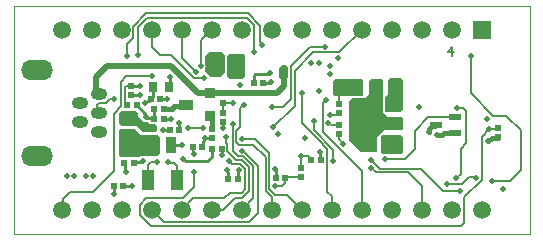
<source format=gbl>
G04*
G04 #@! TF.GenerationSoftware,Altium Limited,Altium Designer,20.1.12 (249)*
G04*
G04 Layer_Physical_Order=4*
G04 Layer_Color=16711680*
%FSLAX44Y44*%
%MOMM*%
G71*
G04*
G04 #@! TF.SameCoordinates,46D68336-88F1-4D35-9B3F-DF4CA844E206*
G04*
G04*
G04 #@! TF.FilePolarity,Positive*
G04*
G01*
G75*
%ADD12C,0.1000*%
%ADD13C,0.1524*%
%ADD16R,0.5000X0.5000*%
%ADD21R,0.5500X0.5500*%
%ADD22R,0.5000X0.5000*%
%ADD25R,0.9500X1.3500*%
%ADD45C,0.2540*%
%ADD48C,0.3810*%
%ADD49O,1.4000X1.0000*%
%ADD50O,2.7000X1.7000*%
%ADD51C,1.5000*%
%ADD52R,1.5000X1.5000*%
%ADD53C,0.5080*%
%ADD61R,1.3500X0.9500*%
%ADD62R,0.5500X0.5500*%
%ADD63R,0.9144X0.9144*%
%ADD64R,1.2700X0.9144*%
%ADD65R,1.0000X1.8000*%
%ADD66R,0.7500X0.9000*%
%ADD67R,1.0500X0.5500*%
%ADD68C,0.5080*%
G36*
X365664Y841600D02*
X365664Y839314D01*
X370744Y834234D01*
X373538Y834234D01*
X374808Y832964D01*
X379634D01*
X381666Y830932D01*
Y827884D01*
X380142Y826360D01*
X368712D01*
X364140Y830932D01*
X351694D01*
X349154Y833472D01*
Y841854D01*
X351186Y843886D01*
X363378D01*
X365664Y841600D01*
D02*
G37*
G36*
X367696Y823566D02*
X381920D01*
X383698Y821788D01*
Y808326D01*
X381158Y805786D01*
X367188D01*
X365918Y804516D01*
X350678D01*
X348900Y806294D01*
Y827122D01*
X350170Y828392D01*
X362870D01*
X367696Y823566D01*
D02*
G37*
G36*
X439070Y891130D02*
Y876398D01*
X435006Y872334D01*
X427132D01*
X422306Y877160D01*
Y880567D01*
X422430Y880932D01*
X422534Y881454D01*
X422569Y881986D01*
X422534Y882518D01*
X422430Y883040D01*
X422306Y883405D01*
Y889860D01*
X425862Y893416D01*
X436784D01*
X439070Y891130D01*
D02*
G37*
G36*
X455580Y890876D02*
Y872842D01*
X453548Y870810D01*
X443642D01*
X440848Y873604D01*
Y890114D01*
X443134Y892400D01*
X454056D01*
X455580Y890876D01*
D02*
G37*
G36*
X492156Y881224D02*
Y871826D01*
X490124Y869794D01*
X487076D01*
X484790Y872080D01*
Y880462D01*
X487330Y883002D01*
X490378D01*
X492156Y881224D01*
D02*
G37*
G36*
X556190Y870270D02*
X556190Y857020D01*
X555440Y856270D01*
X531940D01*
X530440Y857770D01*
Y869020D01*
X532690Y871270D01*
X555190D01*
X556190Y870270D01*
D02*
G37*
G36*
X589690Y869770D02*
Y845270D01*
X587690Y843270D01*
X575690D01*
X574697Y844263D01*
Y855300D01*
X574721Y855544D01*
Y855551D01*
X576940Y857770D01*
Y870020D01*
X578440Y871520D01*
X587940D01*
X589690Y869770D01*
D02*
G37*
G36*
X573190Y869270D02*
X573190Y855544D01*
X573166D01*
Y842996D01*
X573190D01*
Y842770D01*
X576940Y839020D01*
X588190Y839020D01*
X589690Y837520D01*
Y829020D01*
X588690Y828020D01*
X574190D01*
X567940Y821770D01*
Y809770D01*
X566940Y808770D01*
X553940D01*
X543940Y818770D01*
Y852520D01*
X546159Y854739D01*
X555440D01*
X555739Y854768D01*
X555745Y854770D01*
X557440D01*
X561190Y858520D01*
Y869520D01*
X562440Y870770D01*
X571690D01*
X573190Y869270D01*
D02*
G37*
G36*
X589940Y821020D02*
Y809520D01*
X588190Y807770D01*
X572690D01*
X571190Y809270D01*
Y822270D01*
X572190Y823270D01*
X587690D01*
X589940Y821020D01*
D02*
G37*
D12*
X260000Y740000D02*
Y933040D01*
X696880Y740000D02*
Y933040D01*
X260000Y740000D02*
X696880D01*
X260000Y933040D02*
X696880D01*
D13*
X355425Y865158D02*
X359568D01*
X354532Y850218D02*
Y864265D01*
X355425Y865158D01*
X354532Y850218D02*
X356216Y848534D01*
X351186Y868778D02*
X355504Y873096D01*
X351186Y847696D02*
Y868778D01*
X345090Y841600D02*
X351186Y847696D01*
X341258Y853770D02*
X345366D01*
X355504Y873096D02*
X376840D01*
X327564Y775306D02*
X345090Y792832D01*
Y841600D01*
X373690Y785240D02*
Y797810D01*
X380892Y800484D02*
X381190Y800782D01*
X376364Y800484D02*
X380892D01*
X373690Y797810D02*
X376364Y800484D01*
X398690Y785240D02*
Y797550D01*
X391190Y800782D02*
X391748Y800224D01*
X396016D01*
X398690Y797550D01*
X481742Y780270D02*
X487468D01*
X489806Y782608D01*
Y787244D01*
X490378Y787816D01*
X503586D01*
Y795816D02*
Y805532D01*
X509238D02*
X512032Y802738D01*
X503586Y805532D02*
X509238D01*
X437546Y842552D02*
Y850808D01*
X445738D01*
X533940Y859808D02*
X535440Y858308D01*
Y850020D02*
Y858308D01*
X533940Y859808D02*
Y860770D01*
X337978Y850490D02*
X341258Y853770D01*
X332136Y850490D02*
X337978D01*
X330401Y848755D02*
X332136Y850490D01*
X330401Y842809D02*
Y848755D01*
X329954Y842362D02*
X330401Y842809D01*
X510698Y898242D02*
X523934D01*
X494696Y882240D02*
X510698Y898242D01*
X494696Y854300D02*
Y882240D01*
X487838Y847442D02*
X494696Y854300D01*
X478440Y847442D02*
X487838D01*
X513492Y893416D02*
X535336D01*
X479456Y829916D02*
X497998Y848458D01*
Y877922D02*
X513492Y893416D01*
X497998Y848458D02*
Y877922D01*
X528864Y832270D02*
X535440D01*
X521620Y826106D02*
X554640Y793086D01*
X521620Y826106D02*
Y850744D01*
X514254Y827630D02*
Y834996D01*
X503840Y833472D02*
X521620Y815692D01*
X503840Y833472D02*
Y858872D01*
X521620Y850744D02*
X524160Y853284D01*
X514254Y827630D02*
X530764Y811120D01*
X521620Y815438D02*
X525684Y811374D01*
X521620Y815438D02*
Y815692D01*
X521874Y815438D01*
X525684Y775306D02*
Y811374D01*
X530764Y801468D02*
Y811120D01*
X529240Y760320D02*
Y771750D01*
X525684Y775306D02*
X529240Y771750D01*
X554640Y760320D02*
Y793086D01*
X387254Y749906D02*
X459136D01*
X453294Y810358D02*
X454041D01*
X466756Y797643D01*
Y757526D02*
Y797643D01*
X459136Y749906D02*
X466756Y757526D01*
X462692Y815184D02*
X473360Y804516D01*
X451262Y815184D02*
X462692D01*
X448722Y817724D02*
X451262Y815184D01*
X448722Y817724D02*
Y826868D01*
X445674Y831948D02*
X446182Y832456D01*
X445674Y809588D02*
X449857Y805405D01*
X448722Y826868D02*
X452024Y830170D01*
X464470Y820010D02*
X476408Y808072D01*
X445674Y809588D02*
Y831948D01*
X453548Y820010D02*
X464470D01*
X452024Y830170D02*
Y846426D01*
X440998Y809954D02*
Y816050D01*
X440086Y816962D02*
X440998Y816050D01*
X440086Y816962D02*
Y822042D01*
X462692Y769972D02*
Y797396D01*
X449857Y805405D02*
X454683D01*
X462692Y797396D01*
X455834Y799944D02*
X459390Y796388D01*
X440998Y809954D02*
X448595Y802357D01*
X453414D01*
X455826Y799944D02*
X455834D01*
X453414Y802357D02*
X455826Y799944D01*
X452151Y799309D02*
X456342Y795118D01*
X442372Y801468D02*
X442884D01*
X445043Y799309D01*
X452151D01*
X473360Y775814D02*
Y804516D01*
Y775814D02*
X478440Y770734D01*
Y760320D02*
Y770734D01*
X481742Y772512D02*
X491648D01*
X476408Y777846D02*
Y808072D01*
Y777846D02*
X481742Y772512D01*
X452024Y846426D02*
X454818Y849220D01*
X459390Y776322D02*
Y796388D01*
X456342Y778100D02*
Y795118D01*
X419766Y829154D02*
X420020Y829408D01*
X420274D01*
X407320Y829154D02*
X419766D01*
X412881Y871572D02*
X421544D01*
X356012Y890368D02*
Y900020D01*
X355758Y900274D02*
X356012Y900020D01*
X365410Y890876D02*
Y915267D01*
X376840Y898242D02*
X383952Y891130D01*
X393350D02*
X409860Y874620D01*
Y874593D02*
Y874620D01*
Y874593D02*
X412881Y871572D01*
X383952Y891130D02*
X393350D01*
X402240Y889038D02*
Y912720D01*
Y889038D02*
X414686Y876592D01*
X418496Y903576D02*
X427640Y912720D01*
X418496Y881986D02*
Y903576D01*
X411956Y808516D02*
X412940Y807532D01*
X411956Y808516D02*
Y813152D01*
X376840Y898242D02*
Y912720D01*
X566578Y792070D02*
X594010D01*
X563022Y795626D02*
X566578Y792070D01*
X563062Y802444D02*
X570388Y795118D01*
X562514Y802444D02*
X563062D01*
X570388Y795118D02*
X604678D01*
X491648Y772512D02*
X503840Y760320D01*
X453040D02*
X462692Y769972D01*
X594010Y792070D02*
X605440Y780640D01*
Y760320D02*
Y780640D01*
X604678Y795118D02*
X624027Y775769D01*
X637941D01*
X627030Y781656D02*
X639476D01*
X638690Y790776D02*
Y811802D01*
X634650Y786736D02*
X638690Y790776D01*
X665384Y784770D02*
X680690D01*
X639476Y781656D02*
X645572Y787752D01*
X651503D02*
X651729Y787526D01*
X645572Y787752D02*
X651503D01*
X453548Y770480D02*
X459390Y776322D01*
X447198Y770480D02*
X453548D01*
X453040Y774798D02*
X456342Y778100D01*
X443134Y774798D02*
X453040D01*
X438442Y770106D02*
X443134Y774798D01*
X412026Y770106D02*
X438442D01*
X402240Y760320D02*
X412026Y770106D01*
X437038Y760320D02*
X447198Y770480D01*
X427640Y760320D02*
X437038D01*
X376840D02*
X387254Y749906D01*
X656555Y785527D02*
Y822235D01*
X641762Y770734D02*
X656555Y785527D01*
X641762Y749398D02*
Y770734D01*
X638714Y746350D02*
X641762Y749398D01*
X376078Y746350D02*
X638714D01*
X366680Y755748D02*
X376078Y746350D01*
X366680Y755748D02*
Y764638D01*
X372148Y770106D01*
X403390D02*
X412400Y779116D01*
X372148Y770106D02*
X403390D01*
X412400Y779116D02*
Y791816D01*
X300640Y760320D02*
X301913Y761593D01*
Y769213D01*
X308006Y775306D01*
X327564D01*
X361226Y915394D02*
X372522Y926690D01*
X361226Y905742D02*
Y915394D01*
X355758Y900274D02*
X361226Y905742D01*
X365410Y915267D02*
X373022Y922880D01*
X457612D01*
X463708Y916784D01*
Y893416D02*
Y916784D01*
X468654Y902132D02*
Y916156D01*
X470058Y899766D02*
Y900728D01*
X468654Y902132D02*
X470058Y900728D01*
X372522Y926690D02*
X458120D01*
X468654Y916156D01*
X643440Y816552D02*
Y843520D01*
X638690Y811802D02*
X643440Y816552D01*
X656555Y822235D02*
X662640Y828320D01*
X669240D02*
X670440Y829520D01*
X662640Y828320D02*
X669240D01*
X640190Y846770D02*
X643440Y843520D01*
X635090Y846770D02*
X640190D01*
X680690Y784770D02*
X689440Y793520D01*
Y827770D01*
X677190Y840020D02*
X689440Y827770D01*
X665690Y840020D02*
X677190D01*
X646940Y858770D02*
X665690Y840020D01*
X646940Y858770D02*
Y890020D01*
X535336Y893416D02*
X554640Y912720D01*
X599690Y812020D02*
Y827270D01*
X574190Y803520D02*
X591190D01*
X599690Y812020D01*
X610940Y838520D02*
X633440D01*
X599690Y827270D02*
X610940Y838520D01*
X538903Y816308D02*
X538978D01*
X535440Y819770D02*
X538903Y816308D01*
X535440Y819770D02*
Y824270D01*
X527690Y840270D02*
X533690D01*
X535440Y842020D01*
X631347Y890114D02*
Y897731D01*
X627538Y893923D01*
X632616D01*
D16*
X437546Y858808D02*
D03*
Y850808D02*
D03*
Y842552D02*
D03*
Y834552D02*
D03*
X428402Y828582D02*
D03*
Y820582D02*
D03*
X503586Y795816D02*
D03*
Y787816D02*
D03*
X535440Y832270D02*
D03*
Y824270D02*
D03*
X670440Y829520D02*
D03*
Y821520D02*
D03*
D21*
X463190Y867520D02*
D03*
X471190D02*
D03*
X352646Y780386D02*
D03*
X344646D02*
D03*
X387190Y837282D02*
D03*
X379190D02*
D03*
X384396Y854046D02*
D03*
X376396D02*
D03*
X400398Y827884D02*
D03*
X392398D02*
D03*
X449928Y786228D02*
D03*
X441928D02*
D03*
X489806Y787244D02*
D03*
X481806D02*
D03*
X520032Y802738D02*
D03*
X512032D02*
D03*
D22*
X356216Y848534D02*
D03*
X364216D02*
D03*
X387190Y845664D02*
D03*
X379190D02*
D03*
X419956Y813152D02*
D03*
X411956D02*
D03*
X436212Y811882D02*
D03*
X428212D02*
D03*
D25*
X393730Y814676D02*
D03*
X377730D02*
D03*
X448594Y885034D02*
D03*
X432594D02*
D03*
X577440Y815770D02*
D03*
X561440D02*
D03*
X566690Y863270D02*
D03*
X550690D02*
D03*
D45*
X359568Y865158D02*
X359663Y865063D01*
X366839D01*
X366934Y864968D01*
X364216Y848534D02*
X371492Y841258D01*
Y839256D02*
Y841258D01*
Y839256D02*
X371978Y838770D01*
X371684Y850668D02*
X373582Y852566D01*
X374916D01*
X463190Y867520D02*
Y874084D01*
X464678Y875572D02*
X476852D01*
X463190Y874084D02*
X464678Y875572D01*
X476852D02*
X477170Y875890D01*
X477237Y868770D02*
X477924D01*
X476039Y867572D02*
X477237Y868770D01*
X471190Y867572D02*
X476039D01*
X519842Y804580D02*
Y809342D01*
Y804580D02*
X520858Y803564D01*
X520032Y802738D02*
X520858Y803564D01*
X437228Y858808D02*
X437546D01*
X481742Y793848D02*
X481806Y793784D01*
Y787244D02*
Y793784D01*
X481742Y793848D02*
Y794864D01*
X437546Y829154D02*
Y834552D01*
X436212Y806484D02*
Y811882D01*
X428212Y805342D02*
Y811882D01*
X424084Y801214D02*
X428148Y805278D01*
X406014Y801214D02*
X424084D01*
X403256Y803500D02*
X403728D01*
X406014Y801214D01*
X421988Y819895D02*
Y820582D01*
X419956Y813152D02*
X420592Y813788D01*
Y818499D01*
X421988Y819895D01*
Y820582D02*
X428402D01*
X393730Y814676D02*
X402240D01*
X400398Y827884D02*
Y834044D01*
X386492Y827884D02*
X392398D01*
X387190Y837282D02*
X393604D01*
X378250Y838222D02*
X379190Y837282D01*
X373213Y838222D02*
X378250D01*
X372665Y838770D02*
X373213Y838222D01*
X371978Y838770D02*
X372665D01*
X392080Y864826D02*
Y872842D01*
X391714Y864460D02*
X392080Y864826D01*
X384396Y854046D02*
X390048D01*
X374916Y852566D02*
X376396Y854046D01*
X368734Y800728D02*
X369220Y801214D01*
X362108Y800008D02*
X362828Y800728D01*
X368734D01*
X355190Y792638D02*
Y793325D01*
X353726Y800008D02*
X354575Y799159D01*
Y793940D02*
Y799159D01*
Y793940D02*
X355190Y793325D01*
X362108Y808008D02*
X362870Y808770D01*
X353726Y808008D02*
X354820Y809102D01*
X366436Y857358D02*
X366782Y857704D01*
X359568Y857158D02*
X359768Y857358D01*
X366436D01*
X377714Y855364D02*
Y864460D01*
X376396Y854046D02*
X377714Y855364D01*
X450500Y793415D02*
Y794102D01*
X449928Y786228D02*
Y792843D01*
X450500Y793415D01*
X440340D02*
Y794102D01*
X441928Y786228D02*
Y791827D01*
X440340Y793415D02*
X441928Y791827D01*
X379190Y837282D02*
Y845664D01*
X378336Y844810D02*
X379190Y845664D01*
X344646Y773592D02*
Y780386D01*
X360352D02*
X360468Y780270D01*
X352646Y780386D02*
X360352D01*
D48*
X426116Y839695D02*
X428402Y837409D01*
Y828582D02*
Y837409D01*
X404472Y847769D02*
X405796Y849093D01*
X395963Y847769D02*
X404472D01*
X393858Y845664D02*
X395963Y847769D01*
X387190Y845664D02*
X393858D01*
X661810Y818140D02*
X665084Y821414D01*
X670334D02*
X670440Y821520D01*
X665084Y821414D02*
X670334D01*
X618440Y823270D02*
X622440D01*
X624690Y825520D01*
X633440D01*
X617095Y831175D02*
X617940Y832020D01*
X614095Y831175D02*
X617095D01*
X611683Y828763D02*
X614095Y831175D01*
X611440Y825770D02*
X611683Y826013D01*
Y828763D01*
D49*
X315954Y834362D02*
D03*
Y850362D02*
D03*
X331954Y858362D02*
D03*
Y842362D02*
D03*
Y826362D02*
D03*
D50*
X279454Y805862D02*
D03*
Y878862D02*
D03*
D51*
X402240Y760320D02*
D03*
X656240D02*
D03*
X300640D02*
D03*
X351440D02*
D03*
X376840D02*
D03*
X453040D02*
D03*
X478440D02*
D03*
X503840D02*
D03*
X554640D02*
D03*
X580040D02*
D03*
X605440D02*
D03*
X326040D02*
D03*
X427640D02*
D03*
X529240D02*
D03*
X630840D02*
D03*
X402240Y912720D02*
D03*
X300640D02*
D03*
X376840D02*
D03*
X351440D02*
D03*
X478440D02*
D03*
X453040D02*
D03*
X554640D02*
D03*
X503840D02*
D03*
X580040D02*
D03*
X605440D02*
D03*
X326040D02*
D03*
X427640D02*
D03*
X529240D02*
D03*
X630840D02*
D03*
D52*
X656240D02*
D03*
D53*
X345366Y853770D02*
D03*
X371684Y850668D02*
D03*
X452024Y865666D02*
D03*
X518826Y860770D02*
D03*
X488600Y864714D02*
D03*
X674139Y777719D02*
D03*
X477170Y875890D02*
D03*
X477924Y868770D02*
D03*
X381190Y800782D02*
D03*
X391190D02*
D03*
X481742Y780270D02*
D03*
X503586Y805532D02*
D03*
X445738Y850808D02*
D03*
X540440Y860770D02*
D03*
X533940D02*
D03*
Y868020D02*
D03*
X540440D02*
D03*
X518826Y884526D02*
D03*
X512222D02*
D03*
X488600Y879446D02*
D03*
Y872588D02*
D03*
X327310Y788514D02*
D03*
X321214D02*
D03*
X311054D02*
D03*
X304958Y788768D02*
D03*
X526446Y833726D02*
D03*
X514254Y834996D02*
D03*
X503840Y858872D02*
D03*
X523934Y898242D02*
D03*
X479456Y829916D02*
D03*
X478440Y847442D02*
D03*
X524160Y853284D02*
D03*
X527716Y881986D02*
D03*
X534320Y888336D02*
D03*
X527716Y874874D02*
D03*
X506380Y821026D02*
D03*
X483774Y824074D02*
D03*
X530764Y801468D02*
D03*
X519842Y809342D02*
D03*
X444658Y873858D02*
D03*
X452024D02*
D03*
X431450Y875128D02*
D03*
X424846Y878430D02*
D03*
X453294Y810358D02*
D03*
X453548Y820010D02*
D03*
X446182Y832456D02*
D03*
X481742Y794864D02*
D03*
X454818Y849220D02*
D03*
X440086Y822042D02*
D03*
X442372Y801468D02*
D03*
X420274Y829408D02*
D03*
X407320Y829154D02*
D03*
X421544Y871572D02*
D03*
X437546Y829154D02*
D03*
X356012Y890368D02*
D03*
X365156Y890876D02*
D03*
X414686Y876592D02*
D03*
X418496Y881986D02*
D03*
X436212Y806484D02*
D03*
X412940Y807532D02*
D03*
X403256Y803500D02*
D03*
X421988Y820582D02*
D03*
X402240Y814676D02*
D03*
X400398Y834044D02*
D03*
X386492Y827884D02*
D03*
X368966Y808834D02*
D03*
X378782Y829916D02*
D03*
X371670Y830170D02*
D03*
X393604Y837282D02*
D03*
X392080Y872842D02*
D03*
X390048Y854046D02*
D03*
X366680Y814930D02*
D03*
X563022Y795626D02*
D03*
X562514Y802444D02*
D03*
X627030Y781656D02*
D03*
X634650Y786736D02*
D03*
X651729Y787526D02*
D03*
X665384Y784770D02*
D03*
X376840Y873096D02*
D03*
X371978Y838770D02*
D03*
X412400Y791816D02*
D03*
X344646Y773592D02*
D03*
X450500Y794102D02*
D03*
X440340D02*
D03*
X360468Y780270D02*
D03*
X355190Y792638D02*
D03*
X369220Y801214D02*
D03*
X366782Y857704D02*
D03*
X366934Y864968D02*
D03*
X463708Y893416D02*
D03*
X470058Y899766D02*
D03*
X661810Y818140D02*
D03*
X635090Y846770D02*
D03*
X646940Y890020D02*
D03*
X661190Y837020D02*
D03*
X637941Y775769D02*
D03*
X662640Y828320D02*
D03*
X586940Y868770D02*
D03*
X579690D02*
D03*
X586940Y861770D02*
D03*
X579690D02*
D03*
X559440Y828020D02*
D03*
Y840020D02*
D03*
Y852020D02*
D03*
X547940Y840020D02*
D03*
X570440D02*
D03*
Y828020D02*
D03*
X547940D02*
D03*
X570440Y852020D02*
D03*
X547940D02*
D03*
X587190Y817270D02*
D03*
Y810520D02*
D03*
X574190Y803520D02*
D03*
X538978Y816308D02*
D03*
X527690Y840270D02*
D03*
X618440Y823270D02*
D03*
X611440Y825770D02*
D03*
X603440Y847520D02*
D03*
D61*
X357028Y837916D02*
D03*
Y821916D02*
D03*
X581440Y849270D02*
D03*
Y833270D02*
D03*
D62*
X359568Y865158D02*
D03*
Y857158D02*
D03*
X353726Y808008D02*
D03*
Y800008D02*
D03*
X362108Y808008D02*
D03*
Y800008D02*
D03*
X535440Y850020D02*
D03*
Y842020D02*
D03*
D63*
X426116Y858745D02*
D03*
Y839695D02*
D03*
D64*
X405796Y849093D02*
D03*
D65*
X398690Y785240D02*
D03*
X373690D02*
D03*
D66*
X391714Y864460D02*
D03*
X377714D02*
D03*
D67*
X633440Y838520D02*
D03*
Y825520D02*
D03*
X617940Y832020D02*
D03*
D68*
X488600Y864714D02*
Y872588D01*
X482694Y858808D02*
X488600Y864714D01*
X437546Y858808D02*
X482694D01*
X329954Y858362D02*
Y872946D01*
X338994Y881986D01*
X393096D01*
X437228Y858808D02*
X437292Y858872D01*
X437165Y858745D02*
X437228Y858808D01*
X426116Y858745D02*
X437165D01*
X416337D02*
X426116D01*
X393096Y881986D02*
X416337Y858745D01*
M02*

</source>
